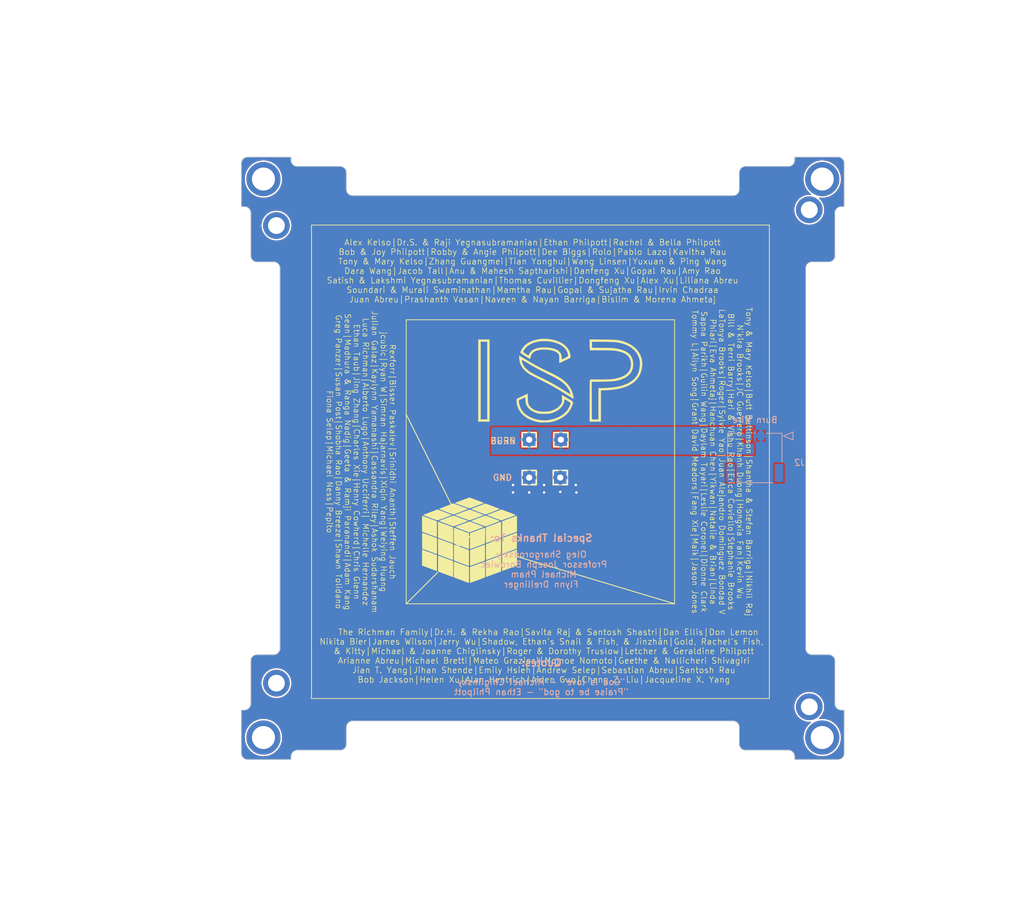
<source format=kicad_pcb>
(kicad_pcb (version 20221018) (generator pcbnew)
  (title_block (title "Bottom-adapter") (date "2023-02-06") (rev "3"))
  (layers (0 "F.Cu" signal) (31 "B.Cu" signal) (34 "B.Paste" user) (35 "F.Paste" user) (36 "B.SilkS" user "B.Silkscreen") (37 "F.SilkS" user "F.Silkscreen") (38 "B.Mask" user) (39 "F.Mask" user) (44 "Edge.Cuts" user))
  (net 0 "")
  (net 1 "GND")
  (net 2 "BURN")
  (footprint "ISP:MountingHole_3.7mm_Pad_Modified" (layer "F.Cu") (at 163.45 143.45)
    (fp_text reference "H4")
    (fp_text value "MountingHole")
    (pad "1" thru_hole circle (at 0 0) (size 5.5 5.5) (drill 3.7) (layers "*.Cu" "*.Mask"))
  )
  (footprint "TestPoint:TestPoint_THTPad_2.0x2.0mm_Drill1.0mm" (layer "F.Cu") (at 121.4 95.5)
    (fp_text reference "Burn2")
    (fp_text value "Burn")
    (pad "1" thru_hole rect (at 0 0) (size 2 2) (drill 1) (layers "*.Cu" "*.Mask") (net 2 "BURN"))
  )
  (footprint "MountingHole:MountingHole_2.7mm_M2.5_DIN965_Pad" (layer "F.Cu") (at 161.364 58.495)
    (fp_text reference "H6")
    (fp_text value "MountingHole")
    (pad "1" thru_hole circle (at 0 0) (size 4.3 4.3) (drill 2.7) (layers "*.Cu" "*.Mask"))
  )
  (footprint "TestPoint:TestPoint_THTPad_2.0x2.0mm_Drill1.0mm" (layer "F.Cu") (at 116.3 101.6)
    (fp_text reference "GND2")
    (fp_text value "GND")
    (pad "1" thru_hole rect (at 0 0) (size 2 2) (drill 1) (layers "*.Cu" "*.Mask") (net 1 "GND"))
  )
  (footprint "LOGO" (layer "F.Cu") (at 106.68 111.76)
    (fp_text reference "G***" (at 0 0) (layer "F.SilkS") (effects (font (size 1.524 1.524) (thickness 0.3))))
    (fp_text value "LOGO" hide)
  )
  (footprint "ISP:MountingHole_3.7mm_Pad_Modified" (layer "F.Cu") (at 73.55 53.55)
    (fp_text reference "H1")
    (fp_text value "MountingHole")
    (pad "1" thru_hole circle (at 0 0) (size 5.5 5.5) (drill 3.7) (layers "*.Cu" "*.Mask"))
  )
  (footprint "MountingHole:MountingHole_2.7mm_M2.5_DIN965_Pad" (layer "F.Cu") (at 161.364 138.505)
    (fp_text reference "H8")
    (fp_text value "MountingHole")
    (pad "1" thru_hole circle (at 0 0) (size 4.3 4.3) (drill 2.7) (layers "*.Cu" "*.Mask"))
  )
  (footprint "MountingHole:MountingHole_2.7mm_M2.5_DIN965_Pad" (layer "F.Cu") (at 75.639 134.695)
    (fp_text reference "H7")
    (fp_text value "MountingHole")
    (pad "1" thru_hole circle (at 0 0) (size 4.3 4.3) (drill 2.7) (layers "*.Cu" "*.Mask"))
  )
  (footprint "MountingHole:MountingHole_2.7mm_M2.5_DIN965_Pad" (layer "F.Cu") (at 75.639 61.035)
    (fp_text reference "H5")
    (fp_text value "MountingHole")
    (pad "1" thru_hole circle (at 0 0) (size 4.3 4.3) (drill 2.7) (layers "*.Cu" "*.Mask"))
  )
  (footprint "LOGO" (layer "F.Cu") (at 119.55259 86.187553)
    (fp_text reference "G" hide)
    (fp_text value "LOGO" hide)
  )
  (footprint "ISP:MountingHole_3.7mm_Pad_Modified" (layer "F.Cu") (at 73.55 143.45)
    (fp_text reference "H3")
    (fp_text value "MountingHole")
    (pad "1" thru_hole circle (at 0 0) (size 5.5 5.5) (drill 3.7) (layers "*.Cu" "*.Mask"))
  )
  (footprint "TestPoint:TestPoint_THTPad_2.0x2.0mm_Drill1.0mm" (layer "F.Cu") (at 121.3 101.6)
    (fp_text reference "GND1")
    (fp_text value "GND")
    (pad "1" thru_hole rect (at 0 0) (size 2 2) (drill 1) (layers "*.Cu" "*.Mask") (net 1 "GND"))
  )
  (footprint "ISP:MountingHole_3.7mm_Pad_Modified" (layer "F.Cu") (at 163.45 53.55)
    (fp_text reference "H2")
    (fp_text value "MountingHole")
    (pad "1" thru_hole circle (at 0 0) (size 5.5 5.5) (drill 3.7) (layers "*.Cu" "*.Mask"))
  )
  (footprint "TestPoint:TestPoint_THTPad_2.0x2.0mm_Drill1.0mm" (layer "F.Cu") (at 116.3 95.5)
    (fp_text reference "Burn1")
    (fp_text value "Burn")
    (pad "1" thru_hole rect (at 0 0) (size 2 2) (drill 1) (layers "*.Cu" "*.Mask") (net 2 "BURN"))
  )
  (footprint "ISP:pico_lock_2mm_2circuit" (layer "B.Cu") (at 153.6 94.9)
    (fp_text reference "J2" (at 6.2 4.3 180) (layer "B.SilkS") (effects (justify mirror)))
    (fp_text value "Burn Wire" (at -1 -2.6 180) (layer "B.SilkS") (effects (justify mirror)))
    (pad "1" smd rect (at 0 0) (size 1.1 1.45) (layers "B.Cu" "B.Paste" "B.Mask") (net 1 "GND"))
    (pad "2" smd rect (at -2.000001 0) (size 1.1 1.45) (layers "B.Cu" "B.Paste" "B.Mask") (net 2 "BURN"))
    (pad "3" smd rect (at 2.894998 5.974999) (size 1.35 2.899999) (layers "B.Cu" "B.Paste" "B.Mask"))
    (pad "4" smd rect (at -4.894997 5.974999) (size 1.35 2.899999) (layers "B.Cu" "B.Paste" "B.Mask"))
  )
  (gr_line (start 96.52 76.2) (end 96.52 121.92) (stroke (width 0.127)) (layer "F.SilkS"))
  (gr_line (start 81.28 60.96) (end 81.28 137.16) (stroke (width 0.127)) (layer "F.SilkS"))
  (gr_line (start 139.7 76.2) (end 96.52 76.2) (stroke (width 0.127)) (layer "F.SilkS"))
  (gr_line (start 104.14 106.68) (end 96.52 91.44) (stroke (width 0.15)) (layer "F.SilkS"))
  (gr_line (start 81.28 137.16) (end 154.94 137.16) (stroke (width 0.127)) (layer "F.SilkS"))
  (gr_line (start 154.94 137.16) (end 154.94 60.96) (stroke (width 0.127)) (layer "F.SilkS"))
  (gr_line (start 139.7 121.92) (end 139.7 76.2) (stroke (width 0.127)) (layer "F.SilkS"))
  (gr_line (start 154.94 60.96) (end 81.28 60.96) (stroke (width 0.127)) (layer "F.SilkS"))
  (gr_line (start 101.6 116.84) (end 96.52 121.92) (stroke (width 0.15)) (layer "F.SilkS"))
  (gr_line (start 114.3 114.3) (end 139.7 121.92) (stroke (width 0.15)) (layer "F.SilkS"))
  (gr_line (start 96.52 121.92) (end 139.7 121.92) (stroke (width 0.127)) (layer "F.SilkS"))
  (gr_arc (start 76.2 129.1) (mid 75.907107 129.807107) (end 75.2 130.1) (stroke (width 0.1)) (layer "Edge.Cuts"))
  (gr_arc (start 71.5 131.1) (mid 71.792893 130.392893) (end 72.5 130.1) (stroke (width 0.1)) (layer "Edge.Cuts"))
  (gr_arc (start 160.8 67.9) (mid 161.092893 67.192893) (end 161.8 66.9) (stroke (width 0.1)) (layer "Edge.Cuts"))
  (gr_line (start 167 58) (end 167 51) (stroke (width 0.1)) (layer "Edge.Cuts"))
  (gr_line (start 167 58) (end 166.5 58) (stroke (width 0.1)) (layer "Edge.Cuts"))
  (gr_arc (start 87.9 56.2) (mid 87.192893 55.907107) (end 86.9 55.2) (stroke (width 0.1)) (layer "Edge.Cuts"))
  (gr_line (start 159 50) (end 166 50) (stroke (width 0.1)) (layer "Edge.Cuts"))
  (gr_arc (start 166.5 139) (mid 165.792893 138.707107) (end 165.5 138) (stroke (width 0.1)) (layer "Edge.Cuts"))
  (gr_arc (start 71 147) (mid 70.292893 146.707107) (end 70 146) (stroke (width 0.1)) (layer "Edge.Cuts"))
  (gr_line (start 149.1 140.8) (end 87.9 140.8) (stroke (width 0.1)) (layer "Edge.Cuts"))
  (gr_arc (start 167 146) (mid 166.707107 146.707107) (end 166 147) (stroke (width 0.1)) (layer "Edge.Cuts"))
  (gr_arc (start 78 146.5) (mid 78.292893 145.792893) (end 79 145.5) (stroke (width 0.1)) (layer "Edge.Cuts"))
  (gr_arc (start 158 145.5) (mid 158.707107 145.792893) (end 159 146.5) (stroke (width 0.1)) (layer "Edge.Cuts"))
  (gr_line (start 70 139) (end 70 146) (stroke (width 0.1)) (layer "Edge.Cuts"))
  (gr_arc (start 164.5 130.1) (mid 165.207107 130.392893) (end 165.5 131.1) (stroke (width 0.1)) (layer "Edge.Cuts"))
  (gr_line (start 70.5 58) (end 70 58) (stroke (width 0.1)) (layer "Edge.Cuts"))
  (gr_line (start 150.1 141.8) (end 150.1 144.5) (stroke (width 0.1)) (layer "Edge.Cuts"))
  (gr_line (start 87.9 56.2) (end 149.1 56.2) (stroke (width 0.1)) (layer "Edge.Cuts"))
  (gr_arc (start 72.5 66.9) (mid 71.792893 66.607107) (end 71.5 65.9) (stroke (width 0.1)) (layer "Edge.Cuts"))
  (gr_line (start 78 147) (end 71 147) (stroke (width 0.1)) (layer "Edge.Cuts"))
  (gr_line (start 166 147) (end 159 147) (stroke (width 0.1)) (layer "Edge.Cuts"))
  (gr_line (start 166.5 139) (end 167 139) (stroke (width 0.1)) (layer "Edge.Cuts"))
  (gr_arc (start 159 50.5) (mid 158.707107 51.207107) (end 158 51.5) (stroke (width 0.1)) (layer "Edge.Cuts"))
  (gr_line (start 160.8 67.9) (end 160.8 129.1) (stroke (width 0.1)) (layer "Edge.Cuts"))
  (gr_line (start 85.9 145.5) (end 79 145.5) (stroke (width 0.1)) (layer "Edge.Cuts"))
  (gr_line (start 75.2 130.1) (end 72.5 130.1) (stroke (width 0.1)) (layer "Edge.Cuts"))
  (gr_line (start 165.5 59) (end 165.5 65.9) (stroke (width 0.1)) (layer "Edge.Cuts"))
  (gr_line (start 150.1 55.2) (end 150.1 52.5) (stroke (width 0.1)) (layer "Edge.Cuts"))
  (gr_arc (start 150.1 55.2) (mid 149.807107 55.907107) (end 149.1 56.2) (stroke (width 0.1)) (layer "Edge.Cuts"))
  (gr_line (start 86.9 141.8) (end 86.9 144.5) (stroke (width 0.1)) (layer "Edge.Cuts"))
  (gr_line (start 158 145.5) (end 151.1 145.5) (stroke (width 0.1)) (layer "Edge.Cuts"))
  (gr_arc (start 86.9 141.8) (mid 87.192893 141.092893) (end 87.9 140.8) (stroke (width 0.1)) (layer "Edge.Cuts"))
  (gr_line (start 75.2 66.9) (end 72.5 66.9) (stroke (width 0.1)) (layer "Edge.Cuts"))
  (gr_arc (start 79 51.5) (mid 78.292893 51.207107) (end 78 50.5) (stroke (width 0.1)) (layer "Edge.Cuts"))
  (gr_line (start 161.8 130.1) (end 164.5 130.1) (stroke (width 0.1)) (layer "Edge.Cuts"))
  (gr_arc (start 166 50) (mid 166.707107 50.292893) (end 167 51) (stroke (width 0.1)) (layer "Edge.Cuts"))
  (gr_line (start 79 51.5) (end 85.9 51.5) (stroke (width 0.1)) (layer "Edge.Cuts"))
  (gr_line (start 71.5 131.1) (end 71.5 138) (stroke (width 0.1)) (layer "Edge.Cuts"))
  (gr_line (start 161.8 66.9) (end 164.5 66.9) (stroke (width 0.1)) (layer "Edge.Cuts"))
  (gr_line (start 159 50) (end 159 50.5) (stroke (width 0.1)) (layer "Edge.Cuts"))
  (gr_arc (start 86.9 144.5) (mid 86.607107 145.207107) (end 85.9 145.5) (stroke (width 0.1)) (layer "Edge.Cuts"))
  (gr_line (start 78 50.5) (end 78 50) (stroke (width 0.1)) (layer "Edge.Cuts"))
  (gr_line (start 70 139) (end 70.5 139) (stroke (width 0.1)) (layer "Edge.Cuts"))
  (gr_arc (start 70.5 58) (mid 71.207107 58.292893) (end 71.5 59) (stroke (width 0.1)) (layer "Edge.Cuts"))
  (gr_arc (start 161.8 130.1) (mid 161.092893 129.807107) (end 160.8 129.1) (stroke (width 0.1)) (layer "Edge.Cuts"))
  (gr_arc (start 165.5 59) (mid 165.792893 58.292893) (end 166.5 58) (stroke (width 0.1)) (layer "Edge.Cuts"))
  (gr_line (start 76.2 129.1) (end 76.2 67.9) (stroke (width 0.1)) (layer "Edge.Cuts"))
  (gr_line (start 86.9 55.2) (end 86.9 52.5) (stroke (width 0.1)) (layer "Edge.Cuts"))
  (gr_line (start 70 51) (end 70 58) (stroke (width 0.1)) (layer "Edge.Cuts"))
  (gr_line (start 158 51.5) (end 151.1 51.5) (stroke (width 0.1)) (layer "Edge.Cuts"))
  (gr_line (start 71.5 59) (end 71.5 65.9) (stroke (width 0.1)) (layer "Edge.Cuts"))
  (gr_arc (start 85.9 51.5) (mid 86.607107 51.792893) (end 86.9 52.5) (stroke (width 0.1)) (layer "Edge.Cuts"))
  (gr_arc (start 165.5 65.9) (mid 165.207107 66.607107) (end 164.5 66.9) (stroke (width 0.1)) (layer "Edge.Cuts"))
  (gr_arc (start 149.1 140.8) (mid 149.807107 141.092893) (end 150.1 141.8) (stroke (width 0.1)) (layer "Edge.Cuts"))
  (gr_line (start 159 146.5) (end 159 147) (stroke (width 0.1)) (layer "Edge.Cuts"))
  (gr_arc (start 71.5 138) (mid 71.207107 138.707107) (end 70.5 139) (stroke (width 0.1)) (layer "Edge.Cuts"))
  (gr_arc (start 151.1 145.5) (mid 150.392893 145.207107) (end 150.1 144.5) (stroke (width 0.1)) (layer "Edge.Cuts"))
  (gr_arc (start 150.1 52.5) (mid 150.392893 51.792893) (end 151.1 51.5) (stroke (width 0.1)) (layer "Edge.Cuts"))
  (gr_line (start 165.5 131.1) (end 165.5 138) (stroke (width 0.1)) (layer "Edge.Cuts"))
  (gr_arc (start 70 51) (mid 70.292893 50.292893) (end 71 50) (stroke (width 0.1)) (layer "Edge.Cuts"))
  (gr_line (start 78 50) (end 71 50) (stroke (width 0.1)) (layer "Edge.Cuts"))
  (gr_line (start 167 139) (end 167 146) (stroke (width 0.1)) (layer "Edge.Cuts"))
  (gr_arc (start 75.2 66.9) (mid 75.907107 67.192893) (end 76.2 67.9) (stroke (width 0.1)) (layer "Edge.Cuts"))
  (gr_line (start 78 147) (end 78 146.5) (stroke (width 0.1)) (layer "Edge.Cuts"))
  (gr_text "BURN" (at 112.1 95.7) (layer "B.SilkS") (effects (font (size 1 1)) (justify mirror)))
  (gr_text "GND\n" (at 112 101.6) (layer "B.SilkS") (effects (font (size 1 1)) (justify mirror)))
  (gr_text "Special Thanks To:" (at 118.25 112) (layer "B.SilkS") (effects (font (size 1.15 1.15) (thickness 0.23) bold) (justify bottom mirror)))
  (gr_text "Quotes:" (at 121.626071 132.08) (layer "B.SilkS") (effects (font (size 1.15 1.15) (thickness 0.23) bold) (justify left bottom mirror)))
  (gr_text "{dblquote}God is love{dblquote} - Michael Chiglinsky\n{dblquote}Praise be to god{dblquote} - Ethan Philpott" (at 118.25 136.7) (layer "B.SilkS") (effects (font (size 1 1)) (justify bottom mirror)))
  (gr_text "Oleg Shargorodskiy\nProfessor Joseph Borowiec \nMichael Pham \nFlynn Dreilinger" (at 118.25 119.38) (layer "B.SilkS") (effects (font (size 1 1)) (justify bottom mirror)))
  (gr_text "\n\n\nRexforr|Bisser Paskalev|Srinidhi Ananth|Steffen Jauch\njcubic|Ryan W|Simran Hajarnavis|Xiqin Yang|Weiying Huang\nJulian Galaz|Kaylynn Yamanashi|Cassandra Riley|Ashok Sudarshanam\nLuca Richman|Alberto Lugo|Anthony Ucciferri| Michelle Hernandez\nEthan Taub|Jing Zhang|Charles Xie|Henry Cowherd|Chris Glenn\nSean|Madhura & Ranga Nadig|Geeta & Ramji Paranandi|Adam Kang\nGreg Panzer|Susan Post|Shobha Rao|Danny Breeze|Shawn Tolidano\nFiona Selep|Michael Ness|Pepito\n" (at 91.44 99.06 270) (layer "F.SilkS") (effects (font (size 0.9 0.9) (thickness 0.10125))))
  (gr_text "BURN" (at 112.1 95.7) (layer "F.SilkS") (effects (font (size 1 1))))
  (gr_text "\n\n\n\nAlex Kelso|Dr.S. & Raji Yegnasubramanian|Ethan Philpott|Rachel & Bella Philpott\nBob & Joy Philpott|Robby & Angie Philpott|Dee Biggs|Rolo|Pablo Lazo|Kavitha Rau\nTony & Mary Kelso|Zhang Guangmei|Tian Yonghui|Wang Linsen|Yuxuan & Ping Wang\nDara Wang|Jacob Tall|Anu & Mahesh Saptharishi|Danfeng Xu|Gopal Rau|Amy Rao\nSatish & Lakshmi Yegnasubramanian|Thomas Cuvillier|Dongfeng Xu|Alex Xu|Liliana Abreu\nSoundari & Murali Swaminathan|Mamtha Rau|Gopal & Sujatha Rau|Irvin Chadraa\nJuan Abreu|Prashanth Vasan|Naveen & Nayan Barriga|Bislim & Morena Ahmetaj\n\n" (at 116.84 66.04) (layer "F.SilkS") (effects (font (size 0.95 0.95) (thickness 0.1))))
  (gr_text "GND\n" (at 112 101.6) (layer "F.SilkS") (effects (font (size 1 1))))
  (gr_text "\n\nThe Richman Family|Dr.H. & Rekha Rao|Savita Raj & Santosh Shastri|Dan Ellis|Don Lemon\nNikita Bier|James Wilson|Jerry Wu|Shadow, Ethan's Snail & Fish, & Jìnzhǎn|Gold, Rachel's Fish,   \n& Kitty|Michael & Joanne Chiglinsky|Roger & Dorothy Truslow|Letcher & Geraldine Philpott  \nArianne Abreu|Michael Bretti|Mateo Graziosi|Momoe Nomoto|Geethe & Nallicheri Shivagiri  \nJian T. Yang|Jihan Shende|Emily Hsieh|Andrew Selep|Sebastian Abreu|Santosh Rau  \nBob Jackson|Helen Xu|Alan Hentrich|Aiden Guo|Cheng Z. Liu|Jacqueline X. Yang  \n\n" (at 119.38 129.54) (layer "F.SilkS") (effects (font (size 0.95 0.95) (thickness 0.10125))))
  (gr_text "\n\nTony & Mary Kelso|Butt Buttinson|Shantha & Stefan Barriga|Nikhil Raj\nN'kira Brooks|JC Guerrero|Khanh Duong|Hongxia Fan|Kevin Wu\nBill & Terri Barry|Hari & Vishu Rao|Erica Coviello|Stephanie Brooks\nLaTonya Brooks|Roger|Sylvie Yao|Juan Alejandro Dominguez Bondad V\nPhiari|Eva Ahmetaj|Hanchuan Chen|Yikwan|Natalie & Brian|Linda\nSapna Parikh|Guilin Wang|Daylam Tayari|Leslie Coronel|Dionne Clark\nTommy L|Ailyn Song|Grant David Meadors|Fang Xie|Maik|Jason Jones\n\n\n" (at 147.32 99.06 270) (layer "F.SilkS") (effects (font (size 0.9 0.9) (thickness 0.10125))))
  (via (at 118.7 104) (size 0.8) (drill 0.4) (layers "F.Cu" "B.Cu") (net 1))
  (via (at 113.7 104) (size 0.8) (drill 0.4) (layers "F.Cu" "B.Cu") (net 1))
  (via (at 121.3 103.9) (size 0.8) (drill 0.4) (layers "F.Cu" "B.Cu") (net 1))
  (via (at 113.7 102.8) (size 0.8) (drill 0.4) (layers "F.Cu" "B.Cu") (net 1))
  (via (at 118.7 102.8) (size 0.8) (drill 0.4) (layers "F.Cu" "B.Cu") (net 1))
  (via (at 123.9 104) (size 0.8) (drill 0.4) (layers "F.Cu" "B.Cu") (net 1))
  (via (at 116.3 104) (size 0.8) (drill 0.4) (layers "F.Cu" "B.Cu") (net 1))
  (via (at 123.8 102.8) (size 0.8) (drill 0.4) (layers "F.Cu" "B.Cu") (net 1))
  (zone (net 1) (net_name "GND") (layers "F&B.Cu") (connect_pads (clearance 0.254)) (min_thickness 0.2032) (fill yes (thermal_gap 0.254) (thermal_bridge_width 0.508))
    (polygon (pts (xy 168.8 47) (xy 168.8 150.05) (xy 67.7 150.05) (xy 67.7 46.85)))
  )
  (zone (net 2) (net_name "BURN") (layer "B.Cu") (name "Burn") (priority 2) (connect_pads (clearance 0.254)) (min_thickness 0.254) (fill yes (thermal_gap 0.508) (thermal_bridge_width 0.508))
    (polygon (pts (xy 152.500263 97.899963) (xy 110.2 97.9) (xy 110.2 93.5) (xy 152.5 93.402235)))
  )
)
</source>
